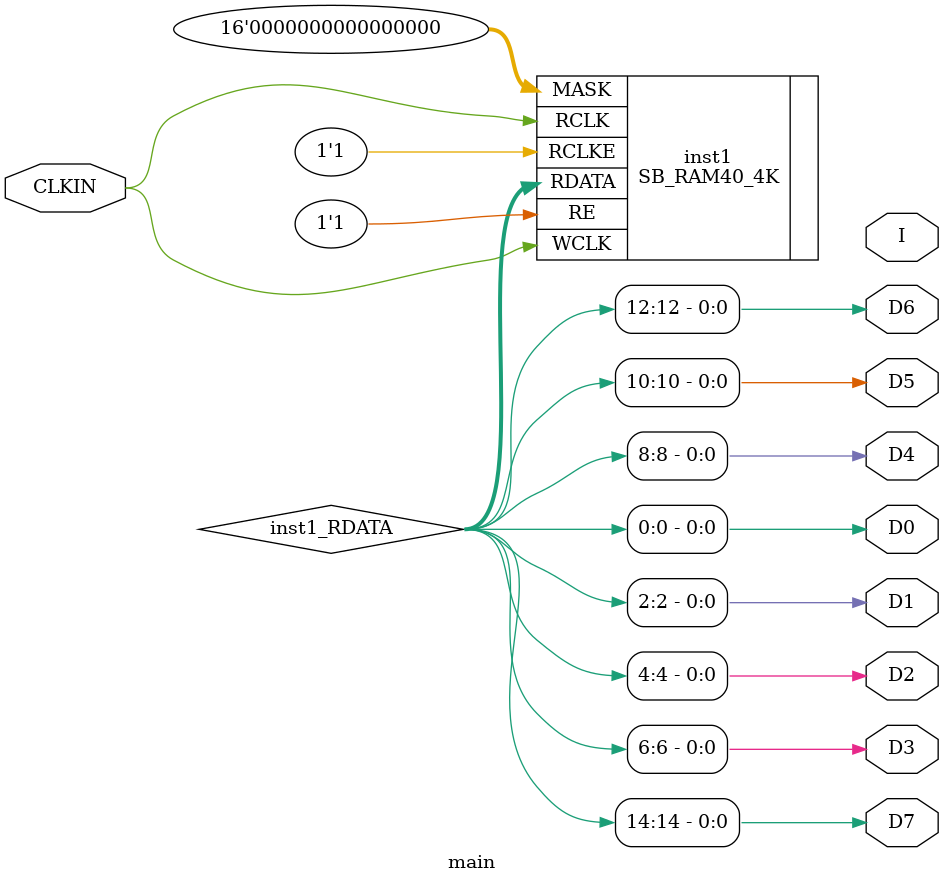
<source format=v>
module Addcout4 (input [3:0] I0, input [3:0] I1, output [3:0] O, output  COUT);
wire  inst0_O;
wire  inst1_CO;
wire  inst2_O;
wire  inst3_CO;
wire  inst4_O;
wire  inst5_CO;
wire  inst6_O;
wire  inst7_CO;
SB_LUT4 #(.LUT_INIT(16'hC33C)) inst0 (.I0(1'b0), .I1(I0[0]), .I2(I1[0]), .I3(1'b0), .O(inst0_O));
SB_CARRY inst1 (.I0(I0[0]), .I1(I1[0]), .CI(1'b0), .CO(inst1_CO));
SB_LUT4 #(.LUT_INIT(16'hC33C)) inst2 (.I0(1'b0), .I1(I0[1]), .I2(I1[1]), .I3(inst1_CO), .O(inst2_O));
SB_CARRY inst3 (.I0(I0[1]), .I1(I1[1]), .CI(inst1_CO), .CO(inst3_CO));
SB_LUT4 #(.LUT_INIT(16'hC33C)) inst4 (.I0(1'b0), .I1(I0[2]), .I2(I1[2]), .I3(inst3_CO), .O(inst4_O));
SB_CARRY inst5 (.I0(I0[2]), .I1(I1[2]), .CI(inst3_CO), .CO(inst5_CO));
SB_LUT4 #(.LUT_INIT(16'hC33C)) inst6 (.I0(1'b0), .I1(I0[3]), .I2(I1[3]), .I3(inst5_CO), .O(inst6_O));
SB_CARRY inst7 (.I0(I0[3]), .I1(I1[3]), .CI(inst5_CO), .CO(inst7_CO));
assign O = {inst6_O,inst4_O,inst2_O,inst0_O};
assign COUT = inst7_CO;
endmodule

module Register4 (input [3:0] I, output [3:0] O, input  CLK);
wire  inst0_Q;
wire  inst1_Q;
wire  inst2_Q;
wire  inst3_Q;
SB_DFF inst0 (.C(CLK), .D(I[0]), .Q(inst0_Q));
SB_DFF inst1 (.C(CLK), .D(I[1]), .Q(inst1_Q));
SB_DFF inst2 (.C(CLK), .D(I[2]), .Q(inst2_Q));
SB_DFF inst3 (.C(CLK), .D(I[3]), .Q(inst3_Q));
assign O = {inst3_Q,inst2_Q,inst1_Q,inst0_Q};
endmodule

module Counter4 (output [3:0] O, output  COUT, input  CLK);
wire [3:0] inst0_O;
wire  inst0_COUT;
wire [3:0] inst1_O;
Addcout4 inst0 (.I0(inst1_O), .I1({1'b0,1'b0,1'b0,1'b1}), .O(inst0_O), .COUT(inst0_COUT));
Register4 inst1 (.I(inst0_O), .O(inst1_O), .CLK(CLK));
assign O = inst1_O;
assign COUT = inst0_COUT;
endmodule

module Addcout8 (input [7:0] I0, input [7:0] I1, output [7:0] O, output  COUT);
wire  inst0_O;
wire  inst1_CO;
wire  inst2_O;
wire  inst3_CO;
wire  inst4_O;
wire  inst5_CO;
wire  inst6_O;
wire  inst7_CO;
wire  inst8_O;
wire  inst9_CO;
wire  inst10_O;
wire  inst11_CO;
wire  inst12_O;
wire  inst13_CO;
wire  inst14_O;
wire  inst15_CO;
SB_LUT4 #(.LUT_INIT(16'hC33C)) inst0 (.I0(1'b0), .I1(I0[0]), .I2(I1[0]), .I3(1'b0), .O(inst0_O));
SB_CARRY inst1 (.I0(I0[0]), .I1(I1[0]), .CI(1'b0), .CO(inst1_CO));
SB_LUT4 #(.LUT_INIT(16'hC33C)) inst2 (.I0(1'b0), .I1(I0[1]), .I2(I1[1]), .I3(inst1_CO), .O(inst2_O));
SB_CARRY inst3 (.I0(I0[1]), .I1(I1[1]), .CI(inst1_CO), .CO(inst3_CO));
SB_LUT4 #(.LUT_INIT(16'hC33C)) inst4 (.I0(1'b0), .I1(I0[2]), .I2(I1[2]), .I3(inst3_CO), .O(inst4_O));
SB_CARRY inst5 (.I0(I0[2]), .I1(I1[2]), .CI(inst3_CO), .CO(inst5_CO));
SB_LUT4 #(.LUT_INIT(16'hC33C)) inst6 (.I0(1'b0), .I1(I0[3]), .I2(I1[3]), .I3(inst5_CO), .O(inst6_O));
SB_CARRY inst7 (.I0(I0[3]), .I1(I1[3]), .CI(inst5_CO), .CO(inst7_CO));
SB_LUT4 #(.LUT_INIT(16'hC33C)) inst8 (.I0(1'b0), .I1(I0[4]), .I2(I1[4]), .I3(inst7_CO), .O(inst8_O));
SB_CARRY inst9 (.I0(I0[4]), .I1(I1[4]), .CI(inst7_CO), .CO(inst9_CO));
SB_LUT4 #(.LUT_INIT(16'hC33C)) inst10 (.I0(1'b0), .I1(I0[5]), .I2(I1[5]), .I3(inst9_CO), .O(inst10_O));
SB_CARRY inst11 (.I0(I0[5]), .I1(I1[5]), .CI(inst9_CO), .CO(inst11_CO));
SB_LUT4 #(.LUT_INIT(16'hC33C)) inst12 (.I0(1'b0), .I1(I0[6]), .I2(I1[6]), .I3(inst11_CO), .O(inst12_O));
SB_CARRY inst13 (.I0(I0[6]), .I1(I1[6]), .CI(inst11_CO), .CO(inst13_CO));
SB_LUT4 #(.LUT_INIT(16'hC33C)) inst14 (.I0(1'b0), .I1(I0[7]), .I2(I1[7]), .I3(inst13_CO), .O(inst14_O));
SB_CARRY inst15 (.I0(I0[7]), .I1(I1[7]), .CI(inst13_CO), .CO(inst15_CO));
assign O = {inst14_O,inst12_O,inst10_O,inst8_O,inst6_O,inst4_O,inst2_O,inst0_O};
assign COUT = inst15_CO;
endmodule

module Register8 (input [7:0] I, output [7:0] O, input  CLK);
wire  inst0_Q;
wire  inst1_Q;
wire  inst2_Q;
wire  inst3_Q;
wire  inst4_Q;
wire  inst5_Q;
wire  inst6_Q;
wire  inst7_Q;
SB_DFF inst0 (.C(CLK), .D(I[0]), .Q(inst0_Q));
SB_DFF inst1 (.C(CLK), .D(I[1]), .Q(inst1_Q));
SB_DFF inst2 (.C(CLK), .D(I[2]), .Q(inst2_Q));
SB_DFF inst3 (.C(CLK), .D(I[3]), .Q(inst3_Q));
SB_DFF inst4 (.C(CLK), .D(I[4]), .Q(inst4_Q));
SB_DFF inst5 (.C(CLK), .D(I[5]), .Q(inst5_Q));
SB_DFF inst6 (.C(CLK), .D(I[6]), .Q(inst6_Q));
SB_DFF inst7 (.C(CLK), .D(I[7]), .Q(inst7_Q));
assign O = {inst7_Q,inst6_Q,inst5_Q,inst4_Q,inst3_Q,inst2_Q,inst1_Q,inst0_Q};
endmodule

module Counter8 (output [7:0] O, output  COUT, input  CLK);
wire [7:0] inst0_O;
wire  inst0_COUT;
wire [7:0] inst1_O;
Addcout8 inst0 (.I0(inst1_O), .I1({1'b0,1'b0,1'b0,1'b0,1'b0,1'b0,1'b0,1'b1}), .O(inst0_O), .COUT(inst0_COUT));
Register8 inst1 (.I(inst0_O), .O(inst1_O), .CLK(CLK));
assign O = inst1_O;
assign COUT = inst0_COUT;
endmodule

module main (output  D4, output  D5, output  D6, output  D7, output  I, output  D3, output  D2, output  D1, output  D0, input  CLKIN);
wire [3:0] inst0_O;
wire  inst0_COUT;
wire [15:0] inst1_RDATA;
wire [7:0] inst2_O;
wire  inst2_COUT;
Counter4 inst0 (.O(inst0_O), .COUT(inst0_COUT), .CLK(CLKIN));
SB_RAM40_4K #(.INIT_1(256'hFFFFFFFFFFFFFFFFFFFFFFFFFFFFFFFFFFFFFFFFFFFFFFFFFFFFFFFFFFFFFFFF),
.INIT_0(256'hFFFFFFFFFFFFFFFFFFFFFFFFFFFFFFFFFFFFFFFFFFFFFFFFFFFFFFFFFFFFFFFF),
.INIT_3(256'hFFFFFFFFFFFFFFFFFFFFFFFFFFFFFFFFFFFFFFFFFFFFFFFFFFFFFFFFFFFFFFFF),
.INIT_2(256'hFFFFFFFFFFFFFFFFFFFFFFFFFFFFFFFFFFFFFFFFFFFFFFFFFFFFFFFFFFFFFFFF),
.INIT_5(256'hFFFFFFFFFFFFFFFFFFFFFFFFFFFFFFFFFFFFFFFFFFFFFFFFFFFFFFFFFFFFFFFF),
.INIT_4(256'hFFFFFFFFFFFFFFFFFFFFFFFFFFFFFFFFFFFFFFFFFFFFFFFFFFFFFFFFFFFFFFFF),
.INIT_7(256'hFFFFFFFFFFFFFFFFFFFFFFFFFFFFFFFFFFFFFFFFFFFFFFFFFFFFFFFFFFFFFFFF),
.INIT_6(256'hFFFFFFFFFFFFFFFFFFFFFFFFFFFFFFFFFFFFFFFFFFFFFFFFFFFFFFFFFFFFFFFF),
.INIT_9(256'hFFFFFFFFFFFFFFFFFFFFFFFFFFFFFFFFFFFFFFFFFFFFFFFFFFFFFFFFFFFFFFFF),
.INIT_8(256'hFFFFFFFFFFFFFFFFFFFFFFFFFFFFFFFFFFFFFFFFFFFFFFFFFFFFFFFFFFFFFFFF),
.INIT_A(256'hFFFFFFFFFFFFFFFFFFFFFFFFFFFFFFFFFFFFFFFFFFFFFFFFFFFFFFFFFFFFFFFF),
.INIT_C(256'hFFFFFFFFFFFFFFFFFFFFFFFFFFFFFFFFFFFFFFFFFFFFFFFFFFFFFFFFFFFFFFFF),
.READ_MODE(1),
.INIT_E(256'hFFFFFFFFFFFFFFFFFFFFFFFFFFFFFFFFFFFFFFFFFFFFFFFFFFFFFFFFFFFFFFFF),
.INIT_D(256'hFFFFFFFFFFFFFFFFFFFFFFFFFFFFFFFFFFFFFFFFFFFFFFFFFFFFFFFFFFFFFFFF),
.INIT_F(256'hFFFFFFFFFFFFFFFFFFFFFFFFFFFFFFFFFFFFFFFFFFFFFFFFFFFFFFFFFFFFFFFF),
.WRITE_MODE(1),
.INIT_B(256'hFFFFFFFFFFFFFFFFFFFFFFFFFFFFFFFFFFFFFFFFFFFFFFFFFFFFFFFFFFFFFFFF)) inst1 (.RDATA(inst1_RDATA), .RCLK(CLKIN), .RCLKE(1'b1), .RE(1'b1), .WCLK(CLKIN), .MASK({1'b0,1'b0,1'b0,1'b0,1'b0,1'b0,1'b0,1'b0,1'b0,1'b0,1'b0,1'b0,1'b0,1'b0,1'b0,1'b0}));
Counter8 inst2 (.O(inst2_O), .COUT(inst2_COUT), .CLK(CLKIN));
assign D4 = inst1_RDATA[8];
assign D5 = inst1_RDATA[10];
assign D6 = inst1_RDATA[12];
assign D7 = inst1_RDATA[14];
assign D3 = inst1_RDATA[6];
assign D2 = inst1_RDATA[4];
assign D1 = inst1_RDATA[2];
assign D0 = inst1_RDATA[0];
endmodule


</source>
